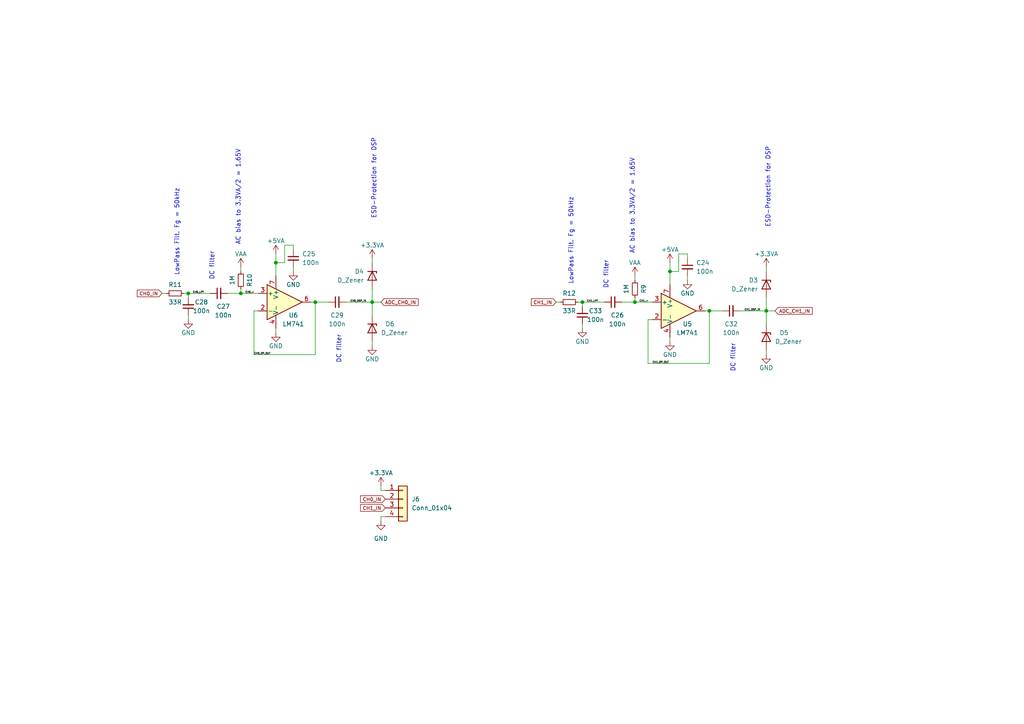
<source format=kicad_sch>
(kicad_sch (version 20211123) (generator eeschema)
  (paper "A4")
  (lib_symbols
    (symbol "Amplifier_Operational:LM741" (pin_names (offset 0.127))
      (property "Reference" "U?" (at 10.16 4.699 0))
      (property "Value" "LM741" (at 10.16 2.159 0))
      (symbol "LM741_0_1"
        (polyline (pts (xy -5.08 5.08) (xy 5.08 0) (xy -5.08 -5.08) (xy -5.08 5.08)) (stroke (width 0.254)) (fill (type background)))
      )
      (symbol "LM741_1_1"
        (pin input line (at -7.62 -2.54 0) (length 2.54) (name "-") (number "2"))
        (pin input line (at -7.62 2.54 0) (length 2.54) (name "+") (number "3"))
        (pin power_in line (at -2.54 -7.62 90) (length 3.81) (name "V-") (number "4"))
        (pin output line (at 7.62 0 180) (length 2.54) (name "~") (number "6"))
        (pin power_in line (at -2.54 7.62 270) (length 3.81) (name "V+") (number "7"))
        (pin no_connect line (at 0 2.54 270) (length 2.54) hide (name "NC") (number "8"))
      )
    )
    (symbol "Connector_Generic:Conn_01x04" (pin_names (offset 1.016) hide)
      (property "Reference" "J" (at 0 5.08 0))
      (property "Value" "Conn_01x04" (at 0 -7.62 0))
      (symbol "Conn_01x04_1_1"
        (rectangle (start -1.27 -4.953) (end 0 -5.207) (stroke (width 0.1524)))
        (rectangle (start -1.27 -2.413) (end 0 -2.667) (stroke (width 0.1524)))
        (rectangle (start -1.27 0.127) (end 0 -0.127) (stroke (width 0.1524)))
        (rectangle (start -1.27 2.667) (end 0 2.413) (stroke (width 0.1524)))
        (rectangle (start -1.27 3.81) (end 1.27 -6.35) (stroke (width 0.254)) (fill (type background)))
        (pin passive line (at -5.08 2.54 0) (length 3.81) (name "Pin_1") (number "1"))
        (pin passive line (at -5.08 0 0) (length 3.81) (name "Pin_2") (number "2"))
        (pin passive line (at -5.08 -2.54 0) (length 3.81) (name "Pin_3") (number "3"))
        (pin passive line (at -5.08 -5.08 0) (length 3.81) (name "Pin_4") (number "4"))
      )
    )
    (symbol "Device:C_Small" (pin_numbers hide) (pin_names (offset 0.254) hide)
      (property "Reference" "C" (at 0.254 1.778 0))
      (property "Value" "C_Small" (at 0.254 -2.032 0))
      (symbol "C_Small_0_1"
        (polyline (pts (xy -1.524 -0.508) (xy 1.524 -0.508)) (stroke (width 0.3302)))
        (polyline (pts (xy -1.524 0.508) (xy 1.524 0.508)) (stroke (width 0.3048)))
      )
      (symbol "C_Small_1_1"
        (pin passive line (at 0 2.54 270) (length 2.032) (name "~") (number "1"))
        (pin passive line (at 0 -2.54 90) (length 2.032) (name "~") (number "2"))
      )
    )
    (symbol "Device:D_Zener" (pin_numbers hide) (pin_names (offset 1.016) hide)
      (property "Reference" "D" (at 0 2.54 0))
      (property "Value" "D_Zener" (at 0 -2.54 0))
      (symbol "D_Zener_0_1"
        (polyline (pts (xy 1.27 0) (xy -1.27 0)))
        (polyline (pts (xy -1.27 -1.27) (xy -1.27 1.27) (xy -0.762 1.27)) (stroke (width 0.254)))
        (polyline (pts (xy 1.27 -1.27) (xy 1.27 1.27) (xy -1.27 0) (xy 1.27 -1.27)) (stroke (width 0.254)))
      )
      (symbol "D_Zener_1_1"
        (pin passive line (at -3.81 0 0) (length 2.54) (name "K") (number "1"))
        (pin passive line (at 3.81 0 180) (length 2.54) (name "A") (number "2"))
      )
    )
    (symbol "Device:R_Small" (pin_numbers hide) (pin_names (offset 0.254) hide)
      (property "Reference" "R" (at 0.762 0.508 0))
      (property "Value" "R_Small" (at 0.762 -1.016 0))
      (symbol "R_Small_0_1"
        (rectangle (start -0.762 1.778) (end 0.762 -1.778) (stroke (width 0.2032)))
      )
      (symbol "R_Small_1_1"
        (pin passive line (at 0 2.54 270) (length 0.762) (name "~") (number "1"))
        (pin passive line (at 0 -2.54 90) (length 0.762) (name "~") (number "2"))
      )
    )
    (symbol "power:+3.3VA" (power) (pin_names (offset 0))
      (property "Value" "+3.3VA" (at 0 3.556 0))
      (symbol "+3.3VA_0_1"
        (polyline (pts (xy -0.762 1.27) (xy 0 2.54)))
        (polyline (pts (xy 0 0) (xy 0 2.54)))
        (polyline (pts (xy 0 2.54) (xy 0.762 1.27)))
      )
      (symbol "+3.3VA_1_1"
        (pin power_in line (at 0 0 90) (length 0) hide (name "+3.3VA") (number "1"))
      )
    )
    (symbol "power:+5VA" (power) (pin_names (offset 0))
      (property "Value" "+5VA" (at 0 3.556 0))
      (symbol "+5VA_0_1"
        (polyline (pts (xy -0.762 1.27) (xy 0 2.54)))
        (polyline (pts (xy 0 0) (xy 0 2.54)))
        (polyline (pts (xy 0 2.54) (xy 0.762 1.27)))
      )
      (symbol "+5VA_1_1"
        (pin power_in line (at 0 0 90) (length 0) hide (name "+5VA") (number "1"))
      )
    )
    (symbol "power:GND" (power) (pin_names (offset 0))
      (property "Value" "GND" (at 0 -3.81 0))
      (symbol "GND_0_1"
        (polyline (pts (xy 0 0) (xy 0 -1.27) (xy 1.27 -1.27) (xy 0 -2.54) (xy -1.27 -1.27) (xy 0 -1.27)))
      )
      (symbol "GND_1_1"
        (pin power_in line (at 0 0 270) (length 0) hide (name "GND") (number "1"))
      )
    )
    (symbol "power:VAA" (power) (pin_names (offset 0))
      (property "Value" "VAA" (at 0 3.81 0))
      (symbol "VAA_0_1"
        (polyline (pts (xy -0.762 1.27) (xy 0 2.54)))
        (polyline (pts (xy 0 0) (xy 0 2.54)))
        (polyline (pts (xy 0 2.54) (xy 0.762 1.27)))
      )
      (symbol "VAA_1_1"
        (pin power_in line (at 0 0 90) (length 0) hide (name "VAA") (number "1"))
      )
    )
  )
  (junction (at 222.25 90.17))
  (junction (at 54.61 85.09))
  (junction (at 80.01 76.2))
  (junction (at 184.15 87.63))
  (junction (at 91.44 87.63))
  (junction (at 69.85 85.09))
  (junction (at 194.31 78.74))
  (junction (at 168.91 87.63))
  (junction (at 205.74 90.17))
  (junction (at 107.95 87.63))
  (wire (pts (xy 194.31 97.79) (xy 194.31 99.06)))
  (wire (pts (xy 91.44 87.63) (xy 90.17 87.63)))
  (wire (pts (xy 73.66 90.17) (xy 73.66 102.87)))
  (wire (pts (xy 110.49 151.13) (xy 110.49 149.86)))
  (wire (pts (xy 222.25 86.36) (xy 222.25 90.17)))
  (wire (pts (xy 184.15 80.01) (xy 184.15 81.28)))
  (wire (pts (xy 82.55 71.12) (xy 82.55 76.2)))
  (wire (pts (xy 91.44 102.87) (xy 91.44 87.63)))
  (wire (pts (xy 107.95 87.63) (xy 107.95 91.44)))
  (wire (pts (xy 205.74 105.41) (xy 205.74 90.17)))
  (wire (pts (xy 107.95 99.06) (xy 107.95 100.33)))
  (wire (pts (xy 91.44 87.63) (xy 95.25 87.63)))
  (wire (pts (xy 110.49 140.97) (xy 110.49 142.24)))
  (wire (pts (xy 194.31 78.74) (xy 194.31 82.55)))
  (wire (pts (xy 80.01 76.2) (xy 80.01 80.01)))
  (wire (pts (xy 205.74 90.17) (xy 204.47 90.17)))
  (wire (pts (xy 85.09 77.47) (xy 85.09 78.74)))
  (wire (pts (xy 184.15 86.36) (xy 184.15 87.63)))
  (wire (pts (xy 199.39 74.93) (xy 199.39 73.66)))
  (wire (pts (xy 196.85 73.66) (xy 196.85 78.74)))
  (wire (pts (xy 222.25 77.47) (xy 222.25 78.74)))
  (wire (pts (xy 80.01 73.66) (xy 80.01 76.2)))
  (wire (pts (xy 85.09 72.39) (xy 85.09 71.12)))
  (wire (pts (xy 189.23 92.71) (xy 187.96 92.71)))
  (wire (pts (xy 82.55 76.2) (xy 80.01 76.2)))
  (wire (pts (xy 110.49 149.86) (xy 111.76 149.86)))
  (wire (pts (xy 69.85 85.09) (xy 74.93 85.09)))
  (wire (pts (xy 194.31 76.2) (xy 194.31 78.74)))
  (wire (pts (xy 54.61 85.09) (xy 54.61 86.36)))
  (wire (pts (xy 187.96 105.41) (xy 205.74 105.41)))
  (wire (pts (xy 187.96 92.71) (xy 187.96 105.41)))
  (wire (pts (xy 85.09 71.12) (xy 82.55 71.12)))
  (wire (pts (xy 161.29 87.63) (xy 162.56 87.63)))
  (wire (pts (xy 167.64 87.63) (xy 168.91 87.63)))
  (wire (pts (xy 168.91 93.98) (xy 168.91 95.25)))
  (wire (pts (xy 74.93 90.17) (xy 73.66 90.17)))
  (wire (pts (xy 184.15 87.63) (xy 189.23 87.63)))
  (wire (pts (xy 196.85 78.74) (xy 194.31 78.74)))
  (wire (pts (xy 66.04 85.09) (xy 69.85 85.09)))
  (wire (pts (xy 54.61 91.44) (xy 54.61 92.71)))
  (wire (pts (xy 107.95 87.63) (xy 110.49 87.63)))
  (wire (pts (xy 205.74 90.17) (xy 209.55 90.17)))
  (wire (pts (xy 80.01 95.25) (xy 80.01 96.52)))
  (wire (pts (xy 168.91 87.63) (xy 175.26 87.63)))
  (wire (pts (xy 180.34 87.63) (xy 184.15 87.63)))
  (wire (pts (xy 222.25 101.6) (xy 222.25 102.87)))
  (wire (pts (xy 222.25 90.17) (xy 222.25 93.98)))
  (wire (pts (xy 73.66 102.87) (xy 91.44 102.87)))
  (wire (pts (xy 69.85 77.47) (xy 69.85 78.74)))
  (wire (pts (xy 107.95 83.82) (xy 107.95 87.63)))
  (wire (pts (xy 107.95 74.93) (xy 107.95 76.2)))
  (wire (pts (xy 100.33 87.63) (xy 107.95 87.63)))
  (wire (pts (xy 222.25 90.17) (xy 224.79 90.17)))
  (wire (pts (xy 214.63 90.17) (xy 222.25 90.17)))
  (wire (pts (xy 46.99 85.09) (xy 48.26 85.09)))
  (wire (pts (xy 110.49 142.24) (xy 111.76 142.24)))
  (wire (pts (xy 168.91 87.63) (xy 168.91 88.9)))
  (wire (pts (xy 69.85 83.82) (xy 69.85 85.09)))
  (wire (pts (xy 199.39 80.01) (xy 199.39 81.28)))
  (wire (pts (xy 54.61 85.09) (xy 60.96 85.09)))
  (wire (pts (xy 53.34 85.09) (xy 54.61 85.09)))
  (wire (pts (xy 199.39 73.66) (xy 196.85 73.66)))
  (text "ESD-Protection for DSP\n" (at 109.22 63.5 90) (effects (font (size 1.27 1.27)) (justify left bottom)))
  (text "AC bias to 3.3VA/2 = 1.65V\n" (at 69.85 71.12 90) (effects (font (size 1.27 1.27)) (justify left bottom)))
  (text "ESD-Protection for DSP\n" (at 223.52 66.04 90) (effects (font (size 1.27 1.27)) (justify left bottom)))
  (text "LowPass Filt. Fg = 50kHz" (at 52.07 80.01 90) (effects (font (size 1.27 1.27)) (justify left bottom)))
  (text "AC bias to 3.3VA/2 = 1.65V\n" (at 184.15 73.66 90) (effects (font (size 1.27 1.27)) (justify left bottom)))
  (text "LowPass Filt. Fg = 50kHz" (at 166.37 82.55 90) (effects (font (size 1.27 1.27)) (justify left bottom)))
  (text "DC filter" (at 62.23 81.28 90) (effects (font (size 1.27 1.27)) (justify left bottom)))
  (text "DC filter" (at 213.36 107.95 90) (effects (font (size 1.27 1.27)) (justify left bottom)))
  (text "DC filter" (at 176.53 83.82 90) (effects (font (size 1.27 1.27)) (justify left bottom)))
  (text "DC filter" (at 99.06 105.41 90) (effects (font (size 1.27 1.27)) (justify left bottom)))
  (label "CH0_DSP_IN" (at 101.6 87.63 0) (effects (font (size 0.5 0.5))))
  (label "CH1_DSP_IN" (at 215.9 90.17 0) (effects (font (size 0.5 0.5))))
  (label "CH0_LPF" (at 55.88 85.09 0) (effects (font (size 0.5 0.5))))
  (label "CH0_OP_OUT" (at 73.66 102.87 0) (effects (font (size 0.5 0.5))))
  (label "CH1_+" (at 185.42 87.63 0) (effects (font (size 0.5 0.5))))
  (label "CH1_OP_OUT" (at 189.23 105.41 0) (effects (font (size 0.5 0.5))))
  (label "CH1_LPF" (at 170.18 87.63 0) (effects (font (size 0.5 0.5))))
  (label "CH0_+" (at 71.12 85.09 0) (effects (font (size 0.5 0.5))))
  (global_label "CH0_IN" (shape input) (at 111.76 144.78 180) (effects (font (size 1 1))) (property "Intersheet References" "${INTERSHEET_REFS}" (effects hide)))
  (global_label "CH1_IN" (shape input) (at 111.76 147.32 180) (effects (font (size 1 1))) (property "Intersheet References" "${INTERSHEET_REFS}" (effects hide)))
  (global_label "ADC_CH1_IN" (shape input) (at 224.79 90.17 0) (effects (font (size 1 1))) (property "Intersheet References" "${INTERSHEET_REFS}" (effects hide)))
  (global_label "CH1_IN" (shape input) (at 161.29 87.63 180) (effects (font (size 1 1))) (property "Intersheet References" "${INTERSHEET_REFS}" (effects hide)))
  (global_label "CH0_IN" (shape input) (at 46.99 85.09 180) (effects (font (size 1 1))) (property "Intersheet References" "${INTERSHEET_REFS}" (effects hide)))
  (global_label "ADC_CH0_IN" (shape input) (at 110.49 87.63 0) (effects (font (size 1 1))) (property "Intersheet References" "${INTERSHEET_REFS}" (effects hide)))
  (symbol (lib_id "power:GND") (at 222.25 102.87 0) (unit 1)
    (property "Reference" "#PWR0154" (effects hide))
    (property "Value" "GND" (at 222.25 106.68 0))
  )
  (symbol (lib_id "Device:R_Small") (at 165.1 87.63 270) (unit 1)
    (property "Reference" "R12" (at 165.1 85.09 90))
    (property "Value" "33R" (at 165.1 90.17 90))
    (property "Footprint" "Resistor_SMD:R_0603_1608Metric_Pad0.98x0.95mm_HandSolder" (effects hide))
  )
  (symbol (lib_id "Amplifier_Operational:LM741") (at 82.55 87.63 0) (unit 1)
    (property "Reference" "U6" (at 85.09 91.44 0))
    (property "Value" "LM741" (at 85.09 93.98 0))
    (property "Footprint" "Package_SO:SOIC-8_3.9x4.9mm_P1.27mm" (effects hide))
    (property "Datasheet" "http://www.ti.com/lit/ds/symlink/lm741.pdf" (effects hide))
  )
  (symbol (lib_id "power:+5VA") (at 80.01 73.66 0) (unit 1)
    (property "Reference" "#PWR0156" (effects hide))
    (property "Value" "+5VA" (at 80.01 69.85 0))
  )
  (symbol (lib_id "power:GND") (at 168.91 95.25 0) (unit 1)
    (property "Reference" "#PWR0150" (effects hide))
    (property "Value" "GND" (at 168.91 99.06 0))
  )
  (symbol (lib_id "power:GND") (at 54.61 92.71 0) (unit 1)
    (property "Reference" "#PWR0164" (effects hide))
    (property "Value" "GND" (at 54.61 96.52 0))
  )
  (symbol (lib_id "Device:D_Zener") (at 222.25 82.55 270) (unit 1)
    (property "Reference" "D3" (at 217.17 81.28 90) (effects (justify left)))
    (property "Value" "D_Zener" (at 212.09 83.82 90) (effects (justify left)))
    (property "Footprint" "Resistor_SMD:R_0603_1608Metric_Pad0.98x0.95mm_HandSolder" (effects hide))
  )
  (symbol (lib_id "Device:C_Small") (at 97.79 87.63 90) (unit 1)
    (property "Reference" "C29" (at 97.79 91.44 90))
    (property "Value" "100n" (at 97.79 93.98 90))
    (property "Footprint" "Capacitor_SMD:C_0603_1608Metric_Pad1.08x0.95mm_HandSolder" (effects hide))
  )
  (symbol (lib_id "Device:C_Small") (at 63.5 85.09 90) (unit 1)
    (property "Reference" "C27" (at 64.77 88.9 90))
    (property "Value" "100n" (at 64.77 91.44 90))
    (property "Footprint" "Capacitor_SMD:C_0603_1608Metric_Pad1.08x0.95mm_HandSolder" (effects hide))
  )
  (symbol (lib_id "Device:D_Zener") (at 222.25 97.79 270) (unit 1)
    (property "Reference" "D5" (at 226.06 96.52 90) (effects (justify left)))
    (property "Value" "D_Zener" (at 224.79 99.06 90) (effects (justify left)))
    (property "Footprint" "Resistor_SMD:R_0603_1608Metric_Pad0.98x0.95mm_HandSolder" (effects hide))
  )
  (symbol (lib_id "power:+3.3VA") (at 222.25 77.47 0) (unit 1)
    (property "Reference" "#PWR0163" (effects hide))
    (property "Value" "+3.3VA" (at 222.25 73.66 0))
  )
  (symbol (lib_id "Device:C_Small") (at 85.09 74.93 0) (unit 1)
    (property "Reference" "C25" (at 87.63 73.6662 0) (effects (justify left)))
    (property "Value" "100n" (at 87.63 76.2062 0) (effects (justify left)))
    (property "Footprint" "Capacitor_SMD:C_0603_1608Metric_Pad1.08x0.95mm_HandSolder" (effects hide))
  )
  (symbol (lib_id "Device:C_Small") (at 168.91 91.44 180) (unit 1)
    (property "Reference" "C33" (at 172.72 90.17 0))
    (property "Value" "100n" (at 172.72 92.71 0))
    (property "Footprint" "Capacitor_SMD:C_0603_1608Metric_Pad1.08x0.95mm_HandSolder" (effects hide))
  )
  (symbol (lib_id "power:GND") (at 199.39 81.28 0) (unit 1)
    (property "Reference" "#PWR0149" (effects hide))
    (property "Value" "GND" (at 199.39 85.09 0))
  )
  (symbol (lib_id "power:VAA") (at 69.85 77.47 0) (unit 1)
    (property "Reference" "#PWR0157" (effects hide))
    (property "Value" "VAA" (at 69.85 73.66 0))
  )
  (symbol (lib_id "power:GND") (at 80.01 96.52 0) (unit 1)
    (property "Reference" "#PWR0155" (effects hide))
    (property "Value" "GND" (at 80.01 100.33 0))
  )
  (symbol (lib_id "Device:D_Zener") (at 107.95 80.01 270) (unit 1)
    (property "Reference" "D4" (at 102.87 78.74 90) (effects (justify left)))
    (property "Value" "D_Zener" (at 97.79 81.28 90) (effects (justify left)))
    (property "Footprint" "Resistor_SMD:R_0603_1608Metric_Pad0.98x0.95mm_HandSolder" (effects hide))
  )
  (symbol (lib_id "Device:C_Small") (at 177.8 87.63 90) (unit 1)
    (property "Reference" "C26" (at 179.07 91.44 90))
    (property "Value" "100n" (at 179.07 93.98 90))
    (property "Footprint" "Capacitor_SMD:C_0603_1608Metric_Pad1.08x0.95mm_HandSolder" (effects hide))
  )
  (symbol (lib_id "Amplifier_Operational:LM741") (at 196.85 90.17 0) (unit 1)
    (property "Reference" "U5" (at 199.39 93.98 0))
    (property "Value" "LM741" (at 199.39 96.52 0))
    (property "Footprint" "Package_SO:SOIC-8_3.9x4.9mm_P1.27mm" (effects hide))
    (property "Datasheet" "http://www.ti.com/lit/ds/symlink/lm741.pdf" (effects hide))
  )
  (symbol (lib_id "Device:C_Small") (at 212.09 90.17 90) (unit 1)
    (property "Reference" "C32" (at 212.09 93.98 90))
    (property "Value" "100n" (at 212.09 96.52 90))
    (property "Footprint" "Capacitor_SMD:C_0603_1608Metric_Pad1.08x0.95mm_HandSolder" (effects hide))
  )
  (symbol (lib_id "Connector_Generic:Conn_01x04") (at 116.84 144.78 0) (unit 1)
    (property "Reference" "J6" (at 119.38 144.7799 0) (effects (justify left)))
    (property "Value" "Conn_01x04" (at 119.38 147.3199 0) (effects (justify left)))
    (property "Footprint" "Connector_PinHeader_2.54mm:PinHeader_1x04_P2.54mm_Vertical" (effects hide))
  )
  (symbol (lib_id "Device:C_Small") (at 54.61 88.9 180) (unit 1)
    (property "Reference" "C28" (at 58.42 87.63 0))
    (property "Value" "100n" (at 58.42 90.17 0))
    (property "Footprint" "Capacitor_SMD:C_0603_1608Metric_Pad1.08x0.95mm_HandSolder" (effects hide))
  )
  (symbol (lib_id "Device:C_Small") (at 199.39 77.47 0) (unit 1)
    (property "Reference" "C24" (at 201.93 76.2062 0) (effects (justify left)))
    (property "Value" "100n" (at 201.93 78.7462 0) (effects (justify left)))
    (property "Footprint" "Capacitor_SMD:C_0603_1608Metric_Pad1.08x0.95mm_HandSolder" (effects hide))
  )
  (symbol (lib_id "power:GND") (at 85.09 78.74 0) (unit 1)
    (property "Reference" "#PWR0160" (effects hide))
    (property "Value" "GND" (at 85.09 82.55 0))
  )
  (symbol (lib_id "Device:R_Small") (at 184.15 83.82 180) (unit 1)
    (property "Reference" "R9" (at 186.69 83.82 90))
    (property "Value" "1M" (at 181.61 83.82 90))
    (property "Footprint" "Resistor_SMD:R_0603_1608Metric_Pad0.98x0.95mm_HandSolder" (effects hide))
  )
  (symbol (lib_id "power:+5VA") (at 194.31 76.2 0) (unit 1)
    (property "Reference" "#PWR0152" (effects hide))
    (property "Value" "+5VA" (at 194.31 72.39 0))
  )
  (symbol (lib_id "Device:R_Small") (at 50.8 85.09 270) (unit 1)
    (property "Reference" "R11" (at 50.8 82.55 90))
    (property "Value" "33R" (at 50.8 87.63 90))
    (property "Footprint" "Resistor_SMD:R_0603_1608Metric_Pad0.98x0.95mm_HandSolder" (effects hide))
  )
  (symbol (lib_id "Device:R_Small") (at 69.85 81.28 180) (unit 1)
    (property "Reference" "R10" (at 72.39 81.28 90))
    (property "Value" "1M" (at 67.31 81.28 90))
    (property "Footprint" "Resistor_SMD:R_0603_1608Metric_Pad0.98x0.95mm_HandSolder" (effects hide))
  )
  (symbol (lib_id "power:+3.3VA") (at 107.95 74.93 0) (unit 1)
    (property "Reference" "#PWR0159" (effects hide))
    (property "Value" "+3.3VA" (at 107.95 71.12 0))
  )
  (symbol (lib_id "power:VAA") (at 184.15 80.01 0) (unit 1)
    (property "Reference" "#PWR0151" (effects hide))
    (property "Value" "VAA" (at 184.15 76.2 0))
  )
  (symbol (lib_id "power:GND") (at 110.49 151.13 0) (unit 1)
    (property "Reference" "#PWR0165" (effects hide))
    (property "Value" "GND" (at 110.49 156.21 0))
  )
  (symbol (lib_id "power:GND") (at 107.95 100.33 0) (unit 1)
    (property "Reference" "#PWR0158" (effects hide))
    (property "Value" "GND" (at 107.95 104.14 0))
  )
  (symbol (lib_id "power:GND") (at 194.31 99.06 0) (unit 1)
    (property "Reference" "#PWR0153" (effects hide))
    (property "Value" "GND" (at 194.31 102.87 0))
  )
  (symbol (lib_id "power:+3.3VA") (at 110.49 140.97 0) (unit 1)
    (property "Reference" "#PWR0167" (effects hide))
    (property "Value" "+3.3VA" (at 110.49 137.16 0))
  )
  (symbol (lib_id "Device:D_Zener") (at 107.95 95.25 270) (unit 1)
    (property "Reference" "D6" (at 111.76 93.98 90) (effects (justify left)))
    (property "Value" "D_Zener" (at 110.49 96.52 90) (effects (justify left)))
    (property "Footprint" "Resistor_SMD:R_0603_1608Metric_Pad0.98x0.95mm_HandSolder" (effects hide))
  )
)
</source>
